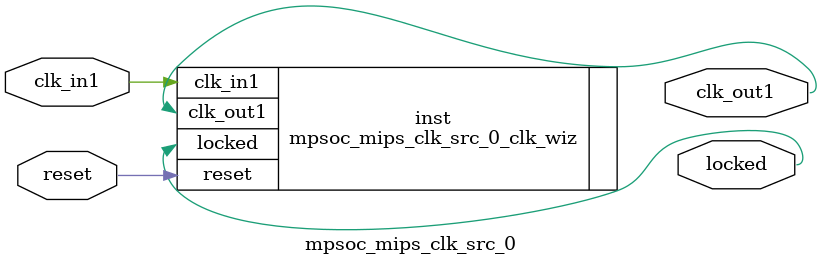
<source format=v>


`timescale 1ps/1ps

(* CORE_GENERATION_INFO = "mpsoc_mips_clk_src_0,clk_wiz_v5_4_1_0,{component_name=mpsoc_mips_clk_src_0,use_phase_alignment=true,use_min_o_jitter=false,use_max_i_jitter=false,use_dyn_phase_shift=false,use_inclk_switchover=false,use_dyn_reconfig=false,enable_axi=0,feedback_source=FDBK_AUTO,PRIMITIVE=MMCM,num_out_clk=1,clkin1_period=10.000,clkin2_period=10.000,use_power_down=false,use_reset=true,use_locked=true,use_inclk_stopped=false,feedback_type=SINGLE,CLOCK_MGR_TYPE=NA,manual_override=false}" *)

module mpsoc_mips_clk_src_0 
 (
  // Clock out ports
  output        clk_out1,
  // Status and control signals
  input         reset,
  output        locked,
 // Clock in ports
  input         clk_in1
 );

  mpsoc_mips_clk_src_0_clk_wiz inst
  (
  // Clock out ports  
  .clk_out1(clk_out1),
  // Status and control signals               
  .reset(reset), 
  .locked(locked),
 // Clock in ports
  .clk_in1(clk_in1)
  );

endmodule

</source>
